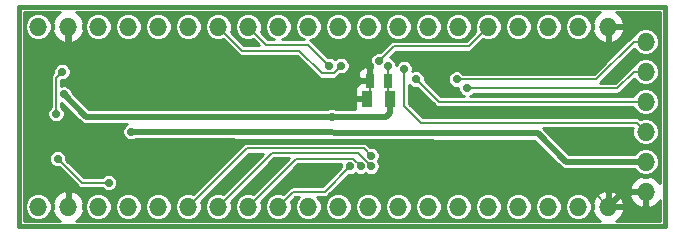
<source format=gbl>
G04 (created by PCBNEW-RS274X (2010-03-14)-final) date jue 03 nov 2011 19:09:21 ART*
G01*
G70*
G90*
%MOIN*%
G04 Gerber Fmt 3.4, Leading zero omitted, Abs format*
%FSLAX34Y34*%
G04 APERTURE LIST*
%ADD10C,0.000100*%
%ADD11C,0.015000*%
%ADD12R,0.035000X0.055000*%
%ADD13R,0.025000X0.045000*%
%ADD14O,0.060000X0.060000*%
%ADD15C,0.028000*%
%ADD16C,0.006000*%
%ADD17C,0.020000*%
%ADD18C,0.010000*%
G04 APERTURE END LIST*
G54D10*
G54D11*
X76900Y-45850D02*
X76900Y-53150D01*
X76900Y-53150D02*
X55350Y-53150D01*
X55350Y-53150D02*
X55350Y-45850D01*
X55350Y-45850D02*
X76900Y-45850D01*
G54D12*
X67725Y-48900D03*
X66975Y-48900D03*
G54D13*
X67650Y-48300D03*
X67050Y-48300D03*
G54D14*
X56000Y-52500D03*
X57000Y-52500D03*
X58000Y-52500D03*
X59000Y-52500D03*
X60000Y-52500D03*
X61000Y-52500D03*
X62000Y-52500D03*
X63000Y-52500D03*
X64000Y-52500D03*
X65000Y-52500D03*
X66000Y-52500D03*
X67000Y-52500D03*
X68000Y-52500D03*
X69000Y-52500D03*
X70000Y-52500D03*
X71000Y-52500D03*
X72000Y-52500D03*
X73000Y-52500D03*
X74000Y-52500D03*
X75000Y-52500D03*
X56000Y-46500D03*
X57000Y-46500D03*
X58000Y-46500D03*
X59000Y-46500D03*
X60000Y-46500D03*
X61000Y-46500D03*
X62000Y-46500D03*
X63000Y-46500D03*
X64000Y-46500D03*
X65000Y-46500D03*
X66000Y-46500D03*
X67000Y-46500D03*
X68000Y-46500D03*
X69000Y-46500D03*
X70000Y-46500D03*
X71000Y-46500D03*
X72000Y-46500D03*
X73000Y-46500D03*
X74000Y-46500D03*
X75000Y-46500D03*
X76250Y-47000D03*
X76250Y-48000D03*
X76250Y-49000D03*
X76250Y-50000D03*
X76250Y-51000D03*
X76250Y-52000D03*
G54D15*
X67100Y-50800D03*
X67100Y-51150D03*
X66750Y-51150D03*
X66400Y-51150D03*
X67350Y-47650D03*
X66100Y-47800D03*
X65700Y-47800D03*
X68450Y-51100D03*
X67050Y-47800D03*
X59950Y-48900D03*
X65900Y-48900D03*
X58150Y-48700D03*
X68200Y-47900D03*
X70300Y-48550D03*
X68600Y-48250D03*
X69950Y-48250D03*
X67650Y-47800D03*
X56850Y-48750D03*
X65790Y-49500D03*
X59100Y-50000D03*
X56650Y-50900D03*
X58350Y-51700D03*
X56800Y-48000D03*
X56600Y-49400D03*
G54D16*
X67100Y-50800D02*
X66850Y-50550D01*
X66850Y-50550D02*
X62950Y-50550D01*
X62950Y-50550D02*
X61000Y-52500D01*
X67100Y-51150D02*
X66650Y-50700D01*
X66650Y-50700D02*
X63800Y-50700D01*
X63800Y-50700D02*
X62000Y-52500D01*
X66750Y-51150D02*
X66500Y-50900D01*
X66500Y-50900D02*
X64600Y-50900D01*
X64600Y-50900D02*
X63000Y-52500D01*
X66400Y-51150D02*
X65550Y-52000D01*
X65550Y-52000D02*
X64500Y-52000D01*
X64500Y-52000D02*
X64000Y-52500D01*
X67350Y-47650D02*
X67850Y-47150D01*
X67850Y-47150D02*
X70350Y-47150D01*
X70350Y-47150D02*
X71000Y-46500D01*
X66100Y-47800D02*
X65850Y-48050D01*
X65850Y-48050D02*
X65450Y-48050D01*
X65450Y-48050D02*
X64700Y-47300D01*
X64700Y-47300D02*
X62800Y-47300D01*
X62800Y-47300D02*
X62000Y-46500D01*
X65700Y-47800D02*
X65000Y-47100D01*
X65000Y-47100D02*
X63600Y-47100D01*
X63600Y-47100D02*
X63000Y-46500D01*
G54D17*
X75500Y-52000D02*
X75000Y-52500D01*
X76250Y-52000D02*
X75500Y-52000D01*
G54D16*
X68450Y-51100D02*
X69400Y-52050D01*
X69400Y-52050D02*
X74550Y-52050D01*
X74550Y-52050D02*
X75000Y-52500D01*
X67050Y-47800D02*
X67050Y-48300D01*
X67050Y-48825D02*
X66975Y-48900D01*
X67050Y-48300D02*
X67050Y-48825D01*
G54D17*
X66400Y-48900D02*
X66975Y-48900D01*
X60000Y-48900D02*
X66400Y-48900D01*
X59950Y-48900D02*
X60000Y-48900D01*
G54D16*
X65900Y-48900D02*
X66400Y-48900D01*
G54D17*
X57000Y-47550D02*
X57000Y-46500D01*
X58150Y-48700D02*
X57000Y-47550D01*
G54D16*
X68200Y-47900D02*
X68200Y-49150D01*
X68200Y-49150D02*
X68750Y-49700D01*
X68750Y-49700D02*
X75950Y-49700D01*
X75950Y-49700D02*
X76250Y-50000D01*
X70300Y-48550D02*
X75300Y-48550D01*
X75300Y-48550D02*
X75850Y-48000D01*
X75850Y-48000D02*
X76250Y-48000D01*
X68600Y-48250D02*
X69350Y-49000D01*
X69350Y-49000D02*
X76250Y-49000D01*
X69950Y-48250D02*
X74600Y-48250D01*
X74600Y-48250D02*
X75850Y-47000D01*
X75850Y-47000D02*
X76250Y-47000D01*
X67650Y-47800D02*
X67650Y-48300D01*
X67650Y-48825D02*
X67725Y-48900D01*
X67650Y-48300D02*
X67650Y-48825D01*
G54D17*
X67600Y-49500D02*
X67725Y-49375D01*
X66050Y-49500D02*
X67600Y-49500D01*
X67725Y-48900D02*
X67725Y-49375D01*
X57600Y-49500D02*
X66050Y-49500D01*
X57600Y-49500D02*
X56850Y-48750D01*
G54D16*
X65790Y-49500D02*
X66050Y-49500D01*
G54D17*
X73600Y-51000D02*
X76250Y-51000D01*
X72650Y-50050D02*
X73600Y-51000D01*
X59100Y-50000D02*
X72650Y-50050D01*
G54D16*
X56650Y-50900D02*
X57450Y-51700D01*
X57450Y-51700D02*
X58350Y-51700D01*
X56800Y-48000D02*
X56600Y-48200D01*
X56600Y-48200D02*
X56600Y-49400D01*
G54D18*
X55525Y-46025D02*
X56722Y-46025D01*
X57277Y-46025D02*
X74722Y-46025D01*
X75277Y-46025D02*
X76725Y-46025D01*
X55525Y-46105D02*
X55794Y-46105D01*
X56206Y-46105D02*
X56619Y-46105D01*
X57382Y-46105D02*
X57794Y-46105D01*
X58206Y-46105D02*
X58794Y-46105D01*
X59206Y-46105D02*
X59794Y-46105D01*
X60206Y-46105D02*
X60794Y-46105D01*
X61206Y-46105D02*
X61794Y-46105D01*
X62206Y-46105D02*
X62794Y-46105D01*
X63206Y-46105D02*
X63794Y-46105D01*
X64206Y-46105D02*
X64794Y-46105D01*
X65206Y-46105D02*
X65794Y-46105D01*
X66206Y-46105D02*
X66794Y-46105D01*
X67206Y-46105D02*
X67794Y-46105D01*
X68206Y-46105D02*
X68794Y-46105D01*
X69206Y-46105D02*
X69794Y-46105D01*
X70206Y-46105D02*
X70794Y-46105D01*
X71206Y-46105D02*
X71794Y-46105D01*
X72206Y-46105D02*
X72794Y-46105D01*
X73206Y-46105D02*
X73794Y-46105D01*
X74206Y-46105D02*
X74619Y-46105D01*
X75382Y-46105D02*
X76725Y-46105D01*
X55525Y-46185D02*
X55684Y-46185D01*
X56316Y-46185D02*
X56547Y-46185D01*
X57454Y-46185D02*
X57684Y-46185D01*
X58316Y-46185D02*
X58684Y-46185D01*
X59316Y-46185D02*
X59684Y-46185D01*
X60316Y-46185D02*
X60684Y-46185D01*
X61316Y-46185D02*
X61684Y-46185D01*
X62316Y-46185D02*
X62684Y-46185D01*
X63316Y-46185D02*
X63684Y-46185D01*
X64316Y-46185D02*
X64684Y-46185D01*
X65316Y-46185D02*
X65684Y-46185D01*
X66316Y-46185D02*
X66684Y-46185D01*
X67316Y-46185D02*
X67684Y-46185D01*
X68316Y-46185D02*
X68684Y-46185D01*
X69316Y-46185D02*
X69684Y-46185D01*
X70316Y-46185D02*
X70684Y-46185D01*
X71316Y-46185D02*
X71684Y-46185D01*
X72316Y-46185D02*
X72684Y-46185D01*
X73316Y-46185D02*
X73684Y-46185D01*
X74316Y-46185D02*
X74547Y-46185D01*
X75454Y-46185D02*
X76725Y-46185D01*
X55525Y-46265D02*
X55613Y-46265D01*
X56388Y-46265D02*
X56503Y-46265D01*
X57498Y-46265D02*
X57613Y-46265D01*
X58388Y-46265D02*
X58613Y-46265D01*
X59388Y-46265D02*
X59613Y-46265D01*
X60388Y-46265D02*
X60613Y-46265D01*
X61388Y-46265D02*
X61613Y-46265D01*
X62388Y-46265D02*
X62613Y-46265D01*
X63388Y-46265D02*
X63613Y-46265D01*
X64388Y-46265D02*
X64613Y-46265D01*
X65388Y-46265D02*
X65613Y-46265D01*
X66388Y-46265D02*
X66613Y-46265D01*
X67388Y-46265D02*
X67613Y-46265D01*
X68388Y-46265D02*
X68613Y-46265D01*
X69388Y-46265D02*
X69613Y-46265D01*
X70388Y-46265D02*
X70613Y-46265D01*
X71388Y-46265D02*
X71613Y-46265D01*
X72388Y-46265D02*
X72613Y-46265D01*
X73388Y-46265D02*
X73613Y-46265D01*
X74388Y-46265D02*
X74503Y-46265D01*
X75498Y-46265D02*
X76725Y-46265D01*
X55525Y-46345D02*
X55580Y-46345D01*
X56421Y-46345D02*
X56475Y-46345D01*
X57526Y-46345D02*
X57580Y-46345D01*
X58421Y-46345D02*
X58580Y-46345D01*
X59421Y-46345D02*
X59580Y-46345D01*
X60421Y-46345D02*
X60580Y-46345D01*
X61421Y-46345D02*
X61580Y-46345D01*
X62421Y-46345D02*
X62580Y-46345D01*
X63421Y-46345D02*
X63580Y-46345D01*
X64421Y-46345D02*
X64580Y-46345D01*
X65421Y-46345D02*
X65580Y-46345D01*
X66421Y-46345D02*
X66580Y-46345D01*
X67421Y-46345D02*
X67580Y-46345D01*
X68421Y-46345D02*
X68580Y-46345D01*
X69421Y-46345D02*
X69580Y-46345D01*
X70421Y-46345D02*
X70580Y-46345D01*
X71421Y-46345D02*
X71580Y-46345D01*
X72421Y-46345D02*
X72580Y-46345D01*
X73421Y-46345D02*
X73580Y-46345D01*
X74421Y-46345D02*
X74475Y-46345D01*
X75526Y-46345D02*
X76725Y-46345D01*
X55525Y-46425D02*
X55551Y-46425D01*
X56449Y-46425D02*
X56501Y-46425D01*
X57498Y-46425D02*
X57551Y-46425D01*
X58449Y-46425D02*
X58551Y-46425D01*
X59449Y-46425D02*
X59551Y-46425D01*
X60449Y-46425D02*
X60551Y-46425D01*
X61449Y-46425D02*
X61551Y-46425D01*
X62449Y-46425D02*
X62551Y-46425D01*
X63449Y-46425D02*
X63551Y-46425D01*
X64449Y-46425D02*
X64551Y-46425D01*
X65449Y-46425D02*
X65551Y-46425D01*
X66449Y-46425D02*
X66551Y-46425D01*
X67449Y-46425D02*
X67551Y-46425D01*
X68449Y-46425D02*
X68551Y-46425D01*
X69449Y-46425D02*
X69551Y-46425D01*
X70449Y-46425D02*
X70551Y-46425D01*
X71449Y-46425D02*
X71551Y-46425D01*
X72449Y-46425D02*
X72551Y-46425D01*
X73449Y-46425D02*
X73551Y-46425D01*
X74449Y-46425D02*
X74501Y-46425D01*
X75498Y-46425D02*
X76725Y-46425D01*
X55525Y-46505D02*
X55551Y-46505D01*
X56449Y-46505D02*
X56500Y-46505D01*
X56950Y-46505D02*
X57050Y-46505D01*
X57500Y-46505D02*
X57551Y-46505D01*
X58449Y-46505D02*
X58551Y-46505D01*
X59449Y-46505D02*
X59551Y-46505D01*
X60449Y-46505D02*
X60551Y-46505D01*
X61449Y-46505D02*
X61551Y-46505D01*
X62449Y-46505D02*
X62551Y-46505D01*
X63449Y-46505D02*
X63551Y-46505D01*
X64449Y-46505D02*
X64551Y-46505D01*
X65449Y-46505D02*
X65551Y-46505D01*
X66449Y-46505D02*
X66551Y-46505D01*
X67449Y-46505D02*
X67551Y-46505D01*
X68449Y-46505D02*
X68551Y-46505D01*
X69449Y-46505D02*
X69551Y-46505D01*
X70449Y-46505D02*
X70551Y-46505D01*
X71449Y-46505D02*
X71551Y-46505D01*
X72449Y-46505D02*
X72551Y-46505D01*
X73449Y-46505D02*
X73551Y-46505D01*
X74449Y-46505D02*
X74500Y-46505D01*
X74950Y-46505D02*
X76725Y-46505D01*
X55525Y-46585D02*
X55551Y-46585D01*
X56449Y-46585D02*
X56496Y-46585D01*
X56950Y-46585D02*
X57050Y-46585D01*
X57505Y-46585D02*
X57551Y-46585D01*
X58449Y-46585D02*
X58551Y-46585D01*
X59449Y-46585D02*
X59551Y-46585D01*
X60449Y-46585D02*
X60551Y-46585D01*
X61449Y-46585D02*
X61551Y-46585D01*
X62449Y-46585D02*
X62551Y-46585D01*
X63449Y-46585D02*
X63551Y-46585D01*
X64449Y-46585D02*
X64551Y-46585D01*
X65449Y-46585D02*
X65551Y-46585D01*
X66449Y-46585D02*
X66551Y-46585D01*
X67449Y-46585D02*
X67551Y-46585D01*
X68449Y-46585D02*
X68551Y-46585D01*
X69449Y-46585D02*
X69551Y-46585D01*
X70449Y-46585D02*
X70551Y-46585D01*
X71449Y-46585D02*
X71551Y-46585D01*
X72449Y-46585D02*
X72551Y-46585D01*
X73449Y-46585D02*
X73551Y-46585D01*
X74449Y-46585D02*
X74496Y-46585D01*
X74950Y-46585D02*
X75050Y-46585D01*
X75505Y-46585D02*
X76081Y-46585D01*
X76419Y-46585D02*
X76725Y-46585D01*
X55525Y-46665D02*
X55583Y-46665D01*
X56416Y-46665D02*
X56478Y-46665D01*
X56950Y-46665D02*
X57050Y-46665D01*
X57521Y-46665D02*
X57583Y-46665D01*
X58416Y-46665D02*
X58583Y-46665D01*
X59416Y-46665D02*
X59583Y-46665D01*
X60416Y-46665D02*
X60583Y-46665D01*
X61416Y-46665D02*
X61583Y-46665D01*
X62419Y-46665D02*
X62583Y-46665D01*
X63419Y-46665D02*
X63583Y-46665D01*
X64416Y-46665D02*
X64583Y-46665D01*
X65416Y-46665D02*
X65583Y-46665D01*
X66416Y-46665D02*
X66583Y-46665D01*
X67416Y-46665D02*
X67583Y-46665D01*
X68416Y-46665D02*
X68583Y-46665D01*
X69416Y-46665D02*
X69583Y-46665D01*
X70416Y-46665D02*
X70580Y-46665D01*
X71416Y-46665D02*
X71583Y-46665D01*
X72416Y-46665D02*
X72583Y-46665D01*
X73416Y-46665D02*
X73583Y-46665D01*
X74416Y-46665D02*
X74478Y-46665D01*
X74950Y-46665D02*
X75050Y-46665D01*
X75521Y-46665D02*
X75954Y-46665D01*
X76546Y-46665D02*
X76725Y-46665D01*
X55525Y-46745D02*
X55616Y-46745D01*
X56383Y-46745D02*
X56505Y-46745D01*
X56950Y-46745D02*
X57050Y-46745D01*
X57494Y-46745D02*
X57616Y-46745D01*
X58383Y-46745D02*
X58616Y-46745D01*
X59383Y-46745D02*
X59616Y-46745D01*
X60383Y-46745D02*
X60616Y-46745D01*
X61383Y-46745D02*
X61616Y-46745D01*
X62499Y-46745D02*
X62616Y-46745D01*
X63499Y-46745D02*
X63616Y-46745D01*
X64383Y-46745D02*
X64616Y-46745D01*
X65383Y-46745D02*
X65616Y-46745D01*
X66383Y-46745D02*
X66616Y-46745D01*
X67383Y-46745D02*
X67616Y-46745D01*
X68383Y-46745D02*
X68616Y-46745D01*
X69383Y-46745D02*
X69616Y-46745D01*
X70383Y-46745D02*
X70500Y-46745D01*
X71383Y-46745D02*
X71616Y-46745D01*
X72383Y-46745D02*
X72616Y-46745D01*
X73383Y-46745D02*
X73616Y-46745D01*
X74383Y-46745D02*
X74505Y-46745D01*
X74950Y-46745D02*
X75050Y-46745D01*
X75494Y-46745D02*
X75876Y-46745D01*
X76625Y-46745D02*
X76725Y-46745D01*
X55525Y-46825D02*
X55694Y-46825D01*
X56306Y-46825D02*
X56555Y-46825D01*
X56950Y-46825D02*
X57050Y-46825D01*
X57444Y-46825D02*
X57694Y-46825D01*
X58306Y-46825D02*
X58694Y-46825D01*
X59306Y-46825D02*
X59694Y-46825D01*
X60306Y-46825D02*
X60694Y-46825D01*
X61306Y-46825D02*
X61694Y-46825D01*
X62579Y-46825D02*
X62694Y-46825D01*
X63579Y-46825D02*
X63694Y-46825D01*
X64306Y-46825D02*
X64694Y-46825D01*
X65306Y-46825D02*
X65694Y-46825D01*
X66306Y-46825D02*
X66694Y-46825D01*
X67306Y-46825D02*
X67694Y-46825D01*
X68306Y-46825D02*
X68694Y-46825D01*
X69306Y-46825D02*
X69694Y-46825D01*
X70306Y-46825D02*
X70420Y-46825D01*
X71306Y-46825D02*
X71694Y-46825D01*
X72306Y-46825D02*
X72694Y-46825D01*
X73306Y-46825D02*
X73694Y-46825D01*
X74306Y-46825D02*
X74555Y-46825D01*
X74950Y-46825D02*
X75050Y-46825D01*
X75444Y-46825D02*
X75824Y-46825D01*
X76658Y-46825D02*
X76725Y-46825D01*
X55525Y-46905D02*
X55818Y-46905D01*
X56182Y-46905D02*
X56627Y-46905D01*
X56950Y-46905D02*
X57050Y-46905D01*
X57372Y-46905D02*
X57818Y-46905D01*
X58182Y-46905D02*
X58818Y-46905D01*
X59182Y-46905D02*
X59818Y-46905D01*
X60182Y-46905D02*
X60818Y-46905D01*
X61182Y-46905D02*
X61818Y-46905D01*
X62659Y-46905D02*
X62818Y-46905D01*
X63659Y-46905D02*
X63817Y-46905D01*
X64181Y-46905D02*
X64817Y-46905D01*
X65182Y-46905D02*
X65818Y-46905D01*
X66182Y-46905D02*
X66818Y-46905D01*
X67182Y-46905D02*
X67818Y-46905D01*
X68182Y-46905D02*
X68818Y-46905D01*
X69182Y-46905D02*
X69818Y-46905D01*
X70182Y-46905D02*
X70340Y-46905D01*
X71182Y-46905D02*
X71818Y-46905D01*
X72182Y-46905D02*
X72818Y-46905D01*
X73182Y-46905D02*
X73818Y-46905D01*
X74182Y-46905D02*
X74627Y-46905D01*
X74950Y-46905D02*
X75050Y-46905D01*
X75372Y-46905D02*
X75690Y-46905D01*
X76691Y-46905D02*
X76725Y-46905D01*
X55525Y-46985D02*
X56743Y-46985D01*
X56950Y-46985D02*
X57050Y-46985D01*
X57256Y-46985D02*
X62230Y-46985D01*
X62739Y-46985D02*
X63230Y-46985D01*
X65139Y-46985D02*
X67780Y-46985D01*
X70768Y-46985D02*
X74743Y-46985D01*
X74950Y-46985D02*
X75050Y-46985D01*
X75256Y-46985D02*
X75610Y-46985D01*
X76691Y-46985D02*
X76725Y-46985D01*
X55525Y-47065D02*
X62310Y-47065D01*
X62819Y-47065D02*
X63310Y-47065D01*
X65219Y-47065D02*
X67681Y-47065D01*
X70688Y-47065D02*
X75530Y-47065D01*
X76691Y-47065D02*
X76725Y-47065D01*
X55525Y-47145D02*
X62390Y-47145D01*
X65299Y-47145D02*
X67601Y-47145D01*
X70608Y-47145D02*
X75450Y-47145D01*
X76670Y-47145D02*
X76725Y-47145D01*
X55525Y-47225D02*
X62470Y-47225D01*
X65379Y-47225D02*
X67521Y-47225D01*
X70528Y-47225D02*
X75370Y-47225D01*
X76636Y-47225D02*
X76725Y-47225D01*
X55525Y-47305D02*
X62550Y-47305D01*
X65459Y-47305D02*
X67441Y-47305D01*
X70435Y-47305D02*
X75290Y-47305D01*
X75799Y-47305D02*
X75924Y-47305D01*
X76576Y-47305D02*
X76725Y-47305D01*
X55525Y-47385D02*
X62630Y-47385D01*
X65539Y-47385D02*
X67236Y-47385D01*
X67868Y-47385D02*
X75210Y-47385D01*
X75719Y-47385D02*
X76009Y-47385D01*
X76491Y-47385D02*
X76725Y-47385D01*
X55525Y-47465D02*
X62729Y-47465D01*
X65619Y-47465D02*
X67127Y-47465D01*
X67788Y-47465D02*
X75129Y-47465D01*
X75639Y-47465D02*
X76725Y-47465D01*
X55525Y-47545D02*
X64690Y-47545D01*
X65840Y-47545D02*
X65962Y-47545D01*
X66240Y-47545D02*
X67081Y-47545D01*
X67790Y-47545D02*
X75049Y-47545D01*
X75559Y-47545D02*
X76725Y-47545D01*
X55525Y-47625D02*
X64770Y-47625D01*
X66334Y-47625D02*
X67061Y-47625D01*
X67884Y-47625D02*
X68110Y-47625D01*
X68292Y-47625D02*
X74969Y-47625D01*
X75479Y-47625D02*
X75994Y-47625D01*
X76506Y-47625D02*
X76725Y-47625D01*
X55525Y-47705D02*
X64850Y-47705D01*
X66374Y-47705D02*
X67061Y-47705D01*
X67924Y-47705D02*
X67987Y-47705D01*
X68414Y-47705D02*
X74889Y-47705D01*
X75399Y-47705D02*
X75914Y-47705D01*
X76586Y-47705D02*
X76725Y-47705D01*
X55525Y-47785D02*
X56607Y-47785D01*
X56994Y-47785D02*
X64930Y-47785D01*
X66389Y-47785D02*
X67093Y-47785D01*
X68465Y-47785D02*
X74810Y-47785D01*
X75319Y-47785D02*
X75859Y-47785D01*
X76642Y-47785D02*
X76725Y-47785D01*
X55525Y-47865D02*
X56543Y-47865D01*
X57057Y-47865D02*
X65010Y-47865D01*
X66386Y-47865D02*
X66783Y-47865D01*
X66978Y-47865D02*
X67122Y-47865D01*
X68489Y-47865D02*
X74730Y-47865D01*
X75239Y-47865D02*
X75735Y-47865D01*
X76675Y-47865D02*
X76725Y-47865D01*
X55525Y-47945D02*
X56511Y-47945D01*
X57089Y-47945D02*
X65090Y-47945D01*
X66352Y-47945D02*
X66710Y-47945D01*
X67000Y-47945D02*
X67100Y-47945D01*
X68489Y-47945D02*
X74650Y-47945D01*
X75159Y-47945D02*
X75650Y-47945D01*
X76691Y-47945D02*
X76725Y-47945D01*
X55525Y-48025D02*
X56511Y-48025D01*
X57089Y-48025D02*
X65170Y-48025D01*
X66283Y-48025D02*
X66676Y-48025D01*
X67000Y-48025D02*
X67100Y-48025D01*
X68784Y-48025D02*
X69767Y-48025D01*
X70134Y-48025D02*
X74570Y-48025D01*
X75079Y-48025D02*
X75570Y-48025D01*
X76691Y-48025D02*
X76725Y-48025D01*
X55525Y-48105D02*
X56452Y-48105D01*
X57069Y-48105D02*
X65250Y-48105D01*
X66049Y-48105D02*
X66676Y-48105D01*
X67000Y-48105D02*
X67100Y-48105D01*
X68853Y-48105D02*
X69698Y-48105D01*
X74999Y-48105D02*
X75490Y-48105D01*
X76687Y-48105D02*
X76725Y-48105D01*
X55525Y-48185D02*
X56424Y-48185D01*
X57023Y-48185D02*
X65334Y-48185D01*
X65965Y-48185D02*
X66676Y-48185D01*
X67000Y-48185D02*
X67100Y-48185D01*
X68886Y-48185D02*
X69664Y-48185D01*
X74919Y-48185D02*
X75410Y-48185D01*
X76653Y-48185D02*
X76725Y-48185D01*
X55525Y-48265D02*
X56420Y-48265D01*
X56914Y-48265D02*
X67100Y-48265D01*
X68889Y-48265D02*
X69661Y-48265D01*
X74839Y-48265D02*
X75330Y-48265D01*
X75839Y-48265D02*
X75884Y-48265D01*
X76616Y-48265D02*
X76725Y-48265D01*
X55525Y-48345D02*
X56420Y-48345D01*
X56780Y-48345D02*
X67100Y-48345D01*
X68950Y-48345D02*
X69676Y-48345D01*
X74759Y-48345D02*
X75250Y-48345D01*
X75759Y-48345D02*
X75964Y-48345D01*
X76536Y-48345D02*
X76725Y-48345D01*
X55525Y-48425D02*
X56420Y-48425D01*
X56780Y-48425D02*
X66648Y-48425D01*
X69030Y-48425D02*
X69716Y-48425D01*
X75679Y-48425D02*
X76104Y-48425D01*
X76395Y-48425D02*
X76725Y-48425D01*
X55525Y-48505D02*
X56420Y-48505D01*
X57014Y-48505D02*
X66581Y-48505D01*
X68380Y-48505D02*
X68460Y-48505D01*
X69110Y-48505D02*
X69810Y-48505D01*
X75599Y-48505D02*
X76725Y-48505D01*
X55525Y-48585D02*
X56420Y-48585D01*
X57094Y-48585D02*
X66551Y-48585D01*
X68380Y-48585D02*
X68680Y-48585D01*
X69190Y-48585D02*
X70011Y-48585D01*
X75519Y-48585D02*
X76081Y-48585D01*
X76419Y-48585D02*
X76725Y-48585D01*
X55525Y-48665D02*
X56420Y-48665D01*
X57128Y-48665D02*
X66551Y-48665D01*
X68380Y-48665D02*
X68760Y-48665D01*
X69270Y-48665D02*
X70035Y-48665D01*
X75439Y-48665D02*
X75954Y-48665D01*
X76546Y-48665D02*
X76725Y-48665D01*
X55525Y-48745D02*
X56420Y-48745D01*
X57199Y-48745D02*
X66551Y-48745D01*
X68380Y-48745D02*
X68840Y-48745D01*
X69350Y-48745D02*
X70086Y-48745D01*
X70513Y-48745D02*
X75876Y-48745D01*
X76625Y-48745D02*
X76725Y-48745D01*
X55525Y-48825D02*
X56420Y-48825D01*
X57279Y-48825D02*
X66587Y-48825D01*
X68380Y-48825D02*
X68920Y-48825D01*
X76658Y-48825D02*
X76725Y-48825D01*
X55525Y-48905D02*
X56420Y-48905D01*
X57359Y-48905D02*
X67025Y-48905D01*
X68380Y-48905D02*
X69000Y-48905D01*
X76691Y-48905D02*
X76725Y-48905D01*
X55525Y-48985D02*
X56420Y-48985D01*
X57439Y-48985D02*
X66577Y-48985D01*
X68380Y-48985D02*
X69080Y-48985D01*
X76691Y-48985D02*
X76725Y-48985D01*
X55525Y-49065D02*
X56420Y-49065D01*
X56780Y-49065D02*
X56811Y-49065D01*
X57519Y-49065D02*
X66550Y-49065D01*
X68380Y-49065D02*
X69160Y-49065D01*
X76691Y-49065D02*
X76725Y-49065D01*
X55525Y-49145D02*
X56420Y-49145D01*
X56780Y-49145D02*
X56891Y-49145D01*
X57599Y-49145D02*
X66551Y-49145D01*
X68450Y-49145D02*
X69249Y-49145D01*
X76670Y-49145D02*
X76725Y-49145D01*
X55525Y-49225D02*
X56366Y-49225D01*
X56834Y-49225D02*
X56971Y-49225D01*
X57679Y-49225D02*
X65700Y-49225D01*
X65882Y-49225D02*
X66551Y-49225D01*
X68530Y-49225D02*
X75862Y-49225D01*
X76636Y-49225D02*
X76725Y-49225D01*
X55525Y-49305D02*
X56327Y-49305D01*
X56874Y-49305D02*
X57051Y-49305D01*
X68610Y-49305D02*
X75924Y-49305D01*
X76576Y-49305D02*
X76725Y-49305D01*
X55525Y-49385D02*
X56311Y-49385D01*
X56889Y-49385D02*
X57131Y-49385D01*
X68690Y-49385D02*
X76009Y-49385D01*
X76491Y-49385D02*
X76725Y-49385D01*
X55525Y-49465D02*
X56314Y-49465D01*
X56886Y-49465D02*
X57211Y-49465D01*
X68770Y-49465D02*
X76725Y-49465D01*
X55525Y-49545D02*
X56347Y-49545D01*
X56852Y-49545D02*
X57291Y-49545D01*
X76036Y-49545D02*
X76725Y-49545D01*
X55525Y-49625D02*
X56416Y-49625D01*
X56783Y-49625D02*
X57371Y-49625D01*
X76506Y-49625D02*
X76725Y-49625D01*
X55525Y-49705D02*
X57465Y-49705D01*
X76586Y-49705D02*
X76725Y-49705D01*
X55525Y-49785D02*
X58907Y-49785D01*
X76642Y-49785D02*
X76725Y-49785D01*
X55525Y-49865D02*
X58843Y-49865D01*
X76675Y-49865D02*
X76725Y-49865D01*
X55525Y-49945D02*
X58811Y-49945D01*
X72898Y-49945D02*
X75809Y-49945D01*
X76691Y-49945D02*
X76725Y-49945D01*
X55525Y-50025D02*
X58811Y-50025D01*
X72978Y-50025D02*
X75809Y-50025D01*
X76691Y-50025D02*
X76725Y-50025D01*
X55525Y-50105D02*
X58830Y-50105D01*
X73058Y-50105D02*
X75813Y-50105D01*
X76687Y-50105D02*
X76725Y-50105D01*
X55525Y-50185D02*
X58876Y-50185D01*
X73138Y-50185D02*
X75846Y-50185D01*
X76653Y-50185D02*
X76725Y-50185D01*
X55525Y-50265D02*
X58984Y-50265D01*
X59213Y-50265D02*
X63583Y-50265D01*
X73218Y-50265D02*
X75884Y-50265D01*
X76616Y-50265D02*
X76725Y-50265D01*
X55525Y-50345D02*
X72591Y-50345D01*
X73298Y-50345D02*
X75964Y-50345D01*
X76536Y-50345D02*
X76725Y-50345D01*
X55525Y-50425D02*
X62820Y-50425D01*
X66979Y-50425D02*
X72671Y-50425D01*
X73378Y-50425D02*
X76104Y-50425D01*
X76395Y-50425D02*
X76725Y-50425D01*
X55525Y-50505D02*
X62740Y-50505D01*
X67059Y-50505D02*
X72751Y-50505D01*
X73458Y-50505D02*
X76725Y-50505D01*
X55525Y-50585D02*
X62660Y-50585D01*
X67294Y-50585D02*
X72831Y-50585D01*
X73538Y-50585D02*
X76081Y-50585D01*
X76419Y-50585D02*
X76725Y-50585D01*
X55525Y-50665D02*
X56477Y-50665D01*
X56824Y-50665D02*
X62580Y-50665D01*
X67357Y-50665D02*
X72911Y-50665D01*
X73618Y-50665D02*
X75954Y-50665D01*
X76546Y-50665D02*
X76725Y-50665D01*
X55525Y-50745D02*
X56402Y-50745D01*
X56899Y-50745D02*
X62500Y-50745D01*
X63008Y-50745D02*
X63500Y-50745D01*
X67389Y-50745D02*
X72991Y-50745D01*
X73698Y-50745D02*
X75876Y-50745D01*
X76625Y-50745D02*
X76725Y-50745D01*
X55525Y-50825D02*
X56369Y-50825D01*
X56932Y-50825D02*
X62420Y-50825D01*
X62928Y-50825D02*
X63420Y-50825D01*
X67389Y-50825D02*
X73071Y-50825D01*
X76658Y-50825D02*
X76725Y-50825D01*
X55525Y-50905D02*
X56361Y-50905D01*
X56939Y-50905D02*
X62340Y-50905D01*
X62848Y-50905D02*
X63340Y-50905D01*
X63848Y-50905D02*
X64340Y-50905D01*
X67369Y-50905D02*
X73151Y-50905D01*
X76691Y-50905D02*
X76725Y-50905D01*
X55525Y-50985D02*
X56372Y-50985D01*
X56990Y-50985D02*
X62260Y-50985D01*
X62768Y-50985D02*
X63260Y-50985D01*
X63768Y-50985D02*
X64260Y-50985D01*
X67343Y-50985D02*
X73231Y-50985D01*
X76691Y-50985D02*
X76725Y-50985D01*
X55525Y-51065D02*
X56406Y-51065D01*
X57070Y-51065D02*
X62180Y-51065D01*
X62688Y-51065D02*
X63180Y-51065D01*
X63688Y-51065D02*
X64180Y-51065D01*
X67378Y-51065D02*
X73311Y-51065D01*
X76691Y-51065D02*
X76725Y-51065D01*
X55525Y-51145D02*
X56486Y-51145D01*
X57150Y-51145D02*
X62100Y-51145D01*
X62608Y-51145D02*
X63100Y-51145D01*
X63608Y-51145D02*
X64100Y-51145D01*
X64608Y-51145D02*
X66111Y-51145D01*
X67389Y-51145D02*
X73391Y-51145D01*
X76670Y-51145D02*
X76725Y-51145D01*
X55525Y-51225D02*
X56720Y-51225D01*
X57230Y-51225D02*
X62020Y-51225D01*
X62528Y-51225D02*
X63020Y-51225D01*
X63528Y-51225D02*
X64020Y-51225D01*
X64528Y-51225D02*
X66071Y-51225D01*
X67381Y-51225D02*
X73495Y-51225D01*
X76636Y-51225D02*
X76725Y-51225D01*
X55525Y-51305D02*
X56800Y-51305D01*
X57310Y-51305D02*
X61940Y-51305D01*
X62448Y-51305D02*
X62940Y-51305D01*
X63448Y-51305D02*
X63940Y-51305D01*
X64448Y-51305D02*
X65991Y-51305D01*
X67348Y-51305D02*
X75924Y-51305D01*
X76576Y-51305D02*
X76725Y-51305D01*
X55525Y-51385D02*
X56880Y-51385D01*
X57390Y-51385D02*
X61860Y-51385D01*
X62368Y-51385D02*
X62860Y-51385D01*
X63368Y-51385D02*
X63860Y-51385D01*
X64368Y-51385D02*
X65911Y-51385D01*
X66572Y-51385D02*
X66576Y-51385D01*
X66922Y-51385D02*
X66926Y-51385D01*
X67273Y-51385D02*
X76009Y-51385D01*
X76491Y-51385D02*
X76725Y-51385D01*
X55525Y-51465D02*
X56960Y-51465D01*
X57470Y-51465D02*
X58177Y-51465D01*
X58524Y-51465D02*
X61780Y-51465D01*
X62288Y-51465D02*
X62780Y-51465D01*
X63288Y-51465D02*
X63780Y-51465D01*
X64288Y-51465D02*
X65831Y-51465D01*
X66338Y-51465D02*
X76725Y-51465D01*
X55525Y-51545D02*
X57040Y-51545D01*
X58599Y-51545D02*
X61700Y-51545D01*
X62208Y-51545D02*
X62700Y-51545D01*
X63208Y-51545D02*
X63700Y-51545D01*
X64208Y-51545D02*
X65751Y-51545D01*
X66258Y-51545D02*
X75937Y-51545D01*
X76564Y-51545D02*
X76725Y-51545D01*
X55525Y-51625D02*
X57120Y-51625D01*
X58632Y-51625D02*
X61620Y-51625D01*
X62128Y-51625D02*
X62620Y-51625D01*
X63128Y-51625D02*
X63620Y-51625D01*
X64128Y-51625D02*
X65671Y-51625D01*
X66178Y-51625D02*
X75848Y-51625D01*
X76653Y-51625D02*
X76725Y-51625D01*
X55525Y-51705D02*
X57200Y-51705D01*
X58639Y-51705D02*
X61540Y-51705D01*
X62048Y-51705D02*
X62540Y-51705D01*
X63048Y-51705D02*
X63540Y-51705D01*
X64048Y-51705D02*
X65591Y-51705D01*
X66098Y-51705D02*
X75784Y-51705D01*
X76717Y-51705D02*
X76725Y-51705D01*
X55525Y-51785D02*
X57280Y-51785D01*
X58627Y-51785D02*
X61460Y-51785D01*
X61968Y-51785D02*
X62460Y-51785D01*
X62968Y-51785D02*
X63460Y-51785D01*
X63968Y-51785D02*
X65511Y-51785D01*
X66018Y-51785D02*
X75746Y-51785D01*
X55525Y-51865D02*
X57379Y-51865D01*
X58593Y-51865D02*
X61380Y-51865D01*
X61888Y-51865D02*
X62380Y-51865D01*
X62888Y-51865D02*
X63380Y-51865D01*
X63888Y-51865D02*
X64385Y-51865D01*
X65938Y-51865D02*
X75709Y-51865D01*
X55525Y-51945D02*
X58186Y-51945D01*
X58513Y-51945D02*
X61300Y-51945D01*
X61808Y-51945D02*
X62300Y-51945D01*
X62808Y-51945D02*
X63300Y-51945D01*
X63808Y-51945D02*
X64301Y-51945D01*
X65858Y-51945D02*
X75752Y-51945D01*
X55525Y-52025D02*
X56723Y-52025D01*
X56950Y-52025D02*
X57050Y-52025D01*
X57278Y-52025D02*
X61220Y-52025D01*
X61728Y-52025D02*
X62220Y-52025D01*
X62728Y-52025D02*
X63220Y-52025D01*
X63728Y-52025D02*
X64221Y-52025D01*
X65778Y-52025D02*
X74723Y-52025D01*
X74950Y-52025D02*
X75050Y-52025D01*
X75278Y-52025D02*
X76300Y-52025D01*
X55525Y-52105D02*
X55794Y-52105D01*
X56206Y-52105D02*
X56619Y-52105D01*
X56950Y-52105D02*
X57050Y-52105D01*
X57382Y-52105D02*
X57794Y-52105D01*
X58206Y-52105D02*
X58794Y-52105D01*
X59206Y-52105D02*
X59794Y-52105D01*
X60206Y-52105D02*
X60794Y-52105D01*
X61648Y-52105D02*
X61794Y-52105D01*
X62648Y-52105D02*
X62794Y-52105D01*
X63648Y-52105D02*
X63794Y-52105D01*
X65698Y-52105D02*
X65794Y-52105D01*
X66206Y-52105D02*
X66794Y-52105D01*
X67206Y-52105D02*
X67794Y-52105D01*
X68206Y-52105D02*
X68794Y-52105D01*
X69206Y-52105D02*
X69794Y-52105D01*
X70206Y-52105D02*
X70794Y-52105D01*
X71206Y-52105D02*
X71794Y-52105D01*
X72206Y-52105D02*
X72794Y-52105D01*
X73206Y-52105D02*
X73794Y-52105D01*
X74206Y-52105D02*
X74619Y-52105D01*
X74950Y-52105D02*
X75050Y-52105D01*
X75382Y-52105D02*
X75726Y-52105D01*
X76200Y-52105D02*
X76300Y-52105D01*
X55525Y-52185D02*
X55684Y-52185D01*
X56316Y-52185D02*
X56547Y-52185D01*
X56950Y-52185D02*
X57050Y-52185D01*
X57454Y-52185D02*
X57684Y-52185D01*
X58316Y-52185D02*
X58684Y-52185D01*
X59316Y-52185D02*
X59684Y-52185D01*
X60316Y-52185D02*
X60684Y-52185D01*
X61568Y-52185D02*
X61684Y-52185D01*
X62568Y-52185D02*
X62684Y-52185D01*
X63568Y-52185D02*
X63684Y-52185D01*
X64568Y-52185D02*
X64684Y-52185D01*
X65316Y-52185D02*
X65684Y-52185D01*
X66316Y-52185D02*
X66684Y-52185D01*
X67316Y-52185D02*
X67684Y-52185D01*
X68316Y-52185D02*
X68684Y-52185D01*
X69316Y-52185D02*
X69684Y-52185D01*
X70316Y-52185D02*
X70684Y-52185D01*
X71316Y-52185D02*
X71684Y-52185D01*
X72316Y-52185D02*
X72684Y-52185D01*
X73316Y-52185D02*
X73684Y-52185D01*
X74316Y-52185D02*
X74547Y-52185D01*
X74950Y-52185D02*
X75050Y-52185D01*
X75454Y-52185D02*
X75730Y-52185D01*
X76200Y-52185D02*
X76300Y-52185D01*
X55525Y-52265D02*
X55613Y-52265D01*
X56388Y-52265D02*
X56503Y-52265D01*
X56950Y-52265D02*
X57050Y-52265D01*
X57498Y-52265D02*
X57613Y-52265D01*
X58388Y-52265D02*
X58613Y-52265D01*
X59388Y-52265D02*
X59613Y-52265D01*
X60388Y-52265D02*
X60613Y-52265D01*
X61488Y-52265D02*
X61613Y-52265D01*
X62488Y-52265D02*
X62613Y-52265D01*
X63488Y-52265D02*
X63613Y-52265D01*
X64488Y-52265D02*
X64613Y-52265D01*
X65388Y-52265D02*
X65613Y-52265D01*
X66388Y-52265D02*
X66613Y-52265D01*
X67388Y-52265D02*
X67613Y-52265D01*
X68388Y-52265D02*
X68613Y-52265D01*
X69388Y-52265D02*
X69613Y-52265D01*
X70388Y-52265D02*
X70613Y-52265D01*
X71388Y-52265D02*
X71613Y-52265D01*
X72388Y-52265D02*
X72613Y-52265D01*
X73388Y-52265D02*
X73613Y-52265D01*
X74388Y-52265D02*
X74503Y-52265D01*
X74950Y-52265D02*
X75050Y-52265D01*
X75498Y-52265D02*
X75769Y-52265D01*
X76200Y-52265D02*
X76300Y-52265D01*
X55525Y-52345D02*
X55580Y-52345D01*
X56421Y-52345D02*
X56475Y-52345D01*
X56950Y-52345D02*
X57050Y-52345D01*
X57526Y-52345D02*
X57580Y-52345D01*
X58421Y-52345D02*
X58580Y-52345D01*
X59421Y-52345D02*
X59580Y-52345D01*
X60421Y-52345D02*
X60580Y-52345D01*
X61421Y-52345D02*
X61580Y-52345D01*
X62421Y-52345D02*
X62580Y-52345D01*
X63421Y-52345D02*
X63580Y-52345D01*
X64421Y-52345D02*
X64580Y-52345D01*
X65421Y-52345D02*
X65580Y-52345D01*
X66421Y-52345D02*
X66580Y-52345D01*
X67421Y-52345D02*
X67580Y-52345D01*
X68421Y-52345D02*
X68580Y-52345D01*
X69421Y-52345D02*
X69580Y-52345D01*
X70421Y-52345D02*
X70580Y-52345D01*
X71421Y-52345D02*
X71580Y-52345D01*
X72421Y-52345D02*
X72580Y-52345D01*
X73421Y-52345D02*
X73580Y-52345D01*
X74421Y-52345D02*
X74475Y-52345D01*
X74950Y-52345D02*
X75050Y-52345D01*
X75526Y-52345D02*
X75814Y-52345D01*
X76200Y-52345D02*
X76300Y-52345D01*
X76685Y-52345D02*
X76725Y-52345D01*
X55525Y-52425D02*
X55551Y-52425D01*
X56449Y-52425D02*
X56501Y-52425D01*
X56950Y-52425D02*
X57050Y-52425D01*
X57498Y-52425D02*
X57551Y-52425D01*
X58449Y-52425D02*
X58551Y-52425D01*
X59449Y-52425D02*
X59551Y-52425D01*
X60449Y-52425D02*
X60551Y-52425D01*
X61449Y-52425D02*
X61551Y-52425D01*
X62449Y-52425D02*
X62551Y-52425D01*
X63449Y-52425D02*
X63551Y-52425D01*
X64449Y-52425D02*
X64551Y-52425D01*
X65449Y-52425D02*
X65551Y-52425D01*
X66449Y-52425D02*
X66551Y-52425D01*
X67449Y-52425D02*
X67551Y-52425D01*
X68449Y-52425D02*
X68551Y-52425D01*
X69449Y-52425D02*
X69551Y-52425D01*
X70449Y-52425D02*
X70551Y-52425D01*
X71449Y-52425D02*
X71551Y-52425D01*
X72449Y-52425D02*
X72551Y-52425D01*
X73449Y-52425D02*
X73551Y-52425D01*
X74449Y-52425D02*
X74501Y-52425D01*
X74950Y-52425D02*
X75050Y-52425D01*
X75498Y-52425D02*
X75902Y-52425D01*
X76200Y-52425D02*
X76300Y-52425D01*
X76597Y-52425D02*
X76725Y-52425D01*
X55525Y-52505D02*
X55551Y-52505D01*
X56449Y-52505D02*
X56500Y-52505D01*
X56950Y-52505D02*
X57050Y-52505D01*
X57500Y-52505D02*
X57551Y-52505D01*
X58449Y-52505D02*
X58551Y-52505D01*
X59449Y-52505D02*
X59551Y-52505D01*
X60449Y-52505D02*
X60551Y-52505D01*
X61449Y-52505D02*
X61551Y-52505D01*
X62449Y-52505D02*
X62551Y-52505D01*
X63449Y-52505D02*
X63551Y-52505D01*
X64449Y-52505D02*
X64551Y-52505D01*
X65449Y-52505D02*
X65551Y-52505D01*
X66449Y-52505D02*
X66551Y-52505D01*
X67449Y-52505D02*
X67551Y-52505D01*
X68449Y-52505D02*
X68551Y-52505D01*
X69449Y-52505D02*
X69551Y-52505D01*
X70449Y-52505D02*
X70551Y-52505D01*
X71449Y-52505D02*
X71551Y-52505D01*
X72449Y-52505D02*
X72551Y-52505D01*
X73449Y-52505D02*
X73551Y-52505D01*
X74449Y-52505D02*
X74500Y-52505D01*
X74950Y-52505D02*
X76036Y-52505D01*
X76163Y-52505D02*
X76336Y-52505D01*
X76463Y-52505D02*
X76725Y-52505D01*
X55525Y-52585D02*
X55551Y-52585D01*
X56449Y-52585D02*
X56496Y-52585D01*
X57505Y-52585D02*
X57551Y-52585D01*
X58449Y-52585D02*
X58551Y-52585D01*
X59449Y-52585D02*
X59551Y-52585D01*
X60449Y-52585D02*
X60551Y-52585D01*
X61449Y-52585D02*
X61551Y-52585D01*
X62449Y-52585D02*
X62551Y-52585D01*
X63449Y-52585D02*
X63551Y-52585D01*
X64449Y-52585D02*
X64551Y-52585D01*
X65449Y-52585D02*
X65551Y-52585D01*
X66449Y-52585D02*
X66551Y-52585D01*
X67449Y-52585D02*
X67551Y-52585D01*
X68449Y-52585D02*
X68551Y-52585D01*
X69449Y-52585D02*
X69551Y-52585D01*
X70449Y-52585D02*
X70551Y-52585D01*
X71449Y-52585D02*
X71551Y-52585D01*
X72449Y-52585D02*
X72551Y-52585D01*
X73449Y-52585D02*
X73551Y-52585D01*
X74449Y-52585D02*
X74496Y-52585D01*
X75505Y-52585D02*
X76725Y-52585D01*
X55525Y-52665D02*
X55583Y-52665D01*
X56416Y-52665D02*
X56478Y-52665D01*
X57521Y-52665D02*
X57583Y-52665D01*
X58416Y-52665D02*
X58583Y-52665D01*
X59416Y-52665D02*
X59583Y-52665D01*
X60416Y-52665D02*
X60583Y-52665D01*
X61416Y-52665D02*
X61583Y-52665D01*
X62416Y-52665D02*
X62583Y-52665D01*
X63416Y-52665D02*
X63583Y-52665D01*
X64416Y-52665D02*
X64583Y-52665D01*
X65416Y-52665D02*
X65583Y-52665D01*
X66416Y-52665D02*
X66583Y-52665D01*
X67416Y-52665D02*
X67583Y-52665D01*
X68416Y-52665D02*
X68583Y-52665D01*
X69416Y-52665D02*
X69583Y-52665D01*
X70416Y-52665D02*
X70583Y-52665D01*
X71416Y-52665D02*
X71583Y-52665D01*
X72416Y-52665D02*
X72583Y-52665D01*
X73416Y-52665D02*
X73583Y-52665D01*
X74416Y-52665D02*
X74478Y-52665D01*
X75521Y-52665D02*
X76725Y-52665D01*
X55525Y-52745D02*
X55616Y-52745D01*
X56383Y-52745D02*
X56505Y-52745D01*
X57494Y-52745D02*
X57616Y-52745D01*
X58383Y-52745D02*
X58616Y-52745D01*
X59383Y-52745D02*
X59616Y-52745D01*
X60383Y-52745D02*
X60616Y-52745D01*
X61383Y-52745D02*
X61616Y-52745D01*
X62383Y-52745D02*
X62616Y-52745D01*
X63383Y-52745D02*
X63616Y-52745D01*
X64383Y-52745D02*
X64616Y-52745D01*
X65383Y-52745D02*
X65616Y-52745D01*
X66383Y-52745D02*
X66616Y-52745D01*
X67383Y-52745D02*
X67616Y-52745D01*
X68383Y-52745D02*
X68616Y-52745D01*
X69383Y-52745D02*
X69616Y-52745D01*
X70383Y-52745D02*
X70616Y-52745D01*
X71383Y-52745D02*
X71616Y-52745D01*
X72383Y-52745D02*
X72616Y-52745D01*
X73383Y-52745D02*
X73616Y-52745D01*
X74383Y-52745D02*
X74505Y-52745D01*
X75494Y-52745D02*
X76725Y-52745D01*
X55525Y-52825D02*
X55694Y-52825D01*
X56306Y-52825D02*
X56555Y-52825D01*
X57444Y-52825D02*
X57694Y-52825D01*
X58306Y-52825D02*
X58694Y-52825D01*
X59306Y-52825D02*
X59694Y-52825D01*
X60306Y-52825D02*
X60694Y-52825D01*
X61306Y-52825D02*
X61694Y-52825D01*
X62306Y-52825D02*
X62694Y-52825D01*
X63306Y-52825D02*
X63694Y-52825D01*
X64306Y-52825D02*
X64694Y-52825D01*
X65306Y-52825D02*
X65694Y-52825D01*
X66306Y-52825D02*
X66694Y-52825D01*
X67306Y-52825D02*
X67694Y-52825D01*
X68306Y-52825D02*
X68694Y-52825D01*
X69306Y-52825D02*
X69694Y-52825D01*
X70306Y-52825D02*
X70694Y-52825D01*
X71306Y-52825D02*
X71694Y-52825D01*
X72306Y-52825D02*
X72694Y-52825D01*
X73306Y-52825D02*
X73694Y-52825D01*
X74306Y-52825D02*
X74555Y-52825D01*
X75444Y-52825D02*
X76725Y-52825D01*
X55525Y-52905D02*
X55818Y-52905D01*
X56182Y-52905D02*
X56627Y-52905D01*
X57372Y-52905D02*
X57818Y-52905D01*
X58182Y-52905D02*
X58818Y-52905D01*
X59182Y-52905D02*
X59818Y-52905D01*
X60182Y-52905D02*
X60818Y-52905D01*
X61182Y-52905D02*
X61818Y-52905D01*
X62182Y-52905D02*
X62818Y-52905D01*
X63182Y-52905D02*
X63818Y-52905D01*
X64182Y-52905D02*
X64818Y-52905D01*
X65182Y-52905D02*
X65818Y-52905D01*
X66182Y-52905D02*
X66818Y-52905D01*
X67182Y-52905D02*
X67818Y-52905D01*
X68182Y-52905D02*
X68818Y-52905D01*
X69182Y-52905D02*
X69818Y-52905D01*
X70182Y-52905D02*
X70818Y-52905D01*
X71182Y-52905D02*
X71818Y-52905D01*
X72182Y-52905D02*
X72818Y-52905D01*
X73182Y-52905D02*
X73818Y-52905D01*
X74182Y-52905D02*
X74627Y-52905D01*
X75372Y-52905D02*
X76725Y-52905D01*
X76725Y-52975D02*
X76725Y-52277D01*
X76698Y-52334D01*
X76536Y-52480D01*
X76385Y-52532D01*
X76300Y-52485D01*
X76300Y-52050D01*
X76300Y-51950D01*
X76200Y-51950D01*
X76162Y-51950D01*
X75755Y-51950D01*
X75708Y-51863D01*
X75802Y-51666D01*
X75964Y-51520D01*
X76115Y-51468D01*
X76162Y-51493D01*
X76162Y-51449D01*
X76000Y-51381D01*
X75876Y-51257D01*
X75873Y-51250D01*
X73600Y-51250D01*
X73504Y-51231D01*
X73423Y-51177D01*
X73421Y-51174D01*
X72542Y-50296D01*
X59249Y-50250D01*
X59157Y-50289D01*
X59042Y-50289D01*
X58936Y-50245D01*
X58855Y-50163D01*
X58811Y-50057D01*
X58811Y-49942D01*
X58855Y-49836D01*
X58937Y-49755D01*
X58949Y-49750D01*
X57600Y-49750D01*
X57504Y-49731D01*
X57423Y-49677D01*
X57421Y-49674D01*
X56780Y-49034D01*
X56780Y-49171D01*
X56845Y-49237D01*
X56889Y-49343D01*
X56889Y-49458D01*
X56845Y-49564D01*
X56763Y-49645D01*
X56657Y-49689D01*
X56542Y-49689D01*
X56436Y-49645D01*
X56355Y-49563D01*
X56311Y-49457D01*
X56311Y-49342D01*
X56355Y-49236D01*
X56420Y-49171D01*
X56420Y-48200D01*
X56434Y-48131D01*
X56473Y-48073D01*
X56511Y-48034D01*
X56511Y-47942D01*
X56555Y-47836D01*
X56637Y-47755D01*
X56743Y-47711D01*
X56858Y-47711D01*
X56863Y-47713D01*
X56964Y-47755D01*
X57045Y-47837D01*
X57089Y-47943D01*
X57089Y-48058D01*
X57045Y-48164D01*
X56963Y-48245D01*
X56857Y-48289D01*
X56780Y-48289D01*
X56780Y-48466D01*
X56793Y-48461D01*
X56908Y-48461D01*
X57014Y-48505D01*
X57095Y-48587D01*
X57133Y-48679D01*
X57137Y-48683D01*
X57703Y-49250D01*
X57904Y-49250D01*
X57904Y-46941D01*
X57742Y-46873D01*
X57618Y-46749D01*
X57551Y-46587D01*
X57551Y-46412D01*
X57619Y-46250D01*
X57743Y-46126D01*
X57905Y-46059D01*
X58096Y-46059D01*
X58258Y-46127D01*
X58382Y-46251D01*
X58449Y-46413D01*
X58449Y-46588D01*
X58381Y-46750D01*
X58257Y-46874D01*
X58095Y-46941D01*
X57904Y-46941D01*
X57904Y-49250D01*
X58904Y-49250D01*
X58904Y-46941D01*
X58742Y-46873D01*
X58618Y-46749D01*
X58551Y-46587D01*
X58551Y-46412D01*
X58619Y-46250D01*
X58743Y-46126D01*
X58905Y-46059D01*
X59096Y-46059D01*
X59258Y-46127D01*
X59382Y-46251D01*
X59449Y-46413D01*
X59449Y-46588D01*
X59381Y-46750D01*
X59257Y-46874D01*
X59095Y-46941D01*
X58904Y-46941D01*
X58904Y-49250D01*
X59904Y-49250D01*
X59904Y-46941D01*
X59742Y-46873D01*
X59618Y-46749D01*
X59551Y-46587D01*
X59551Y-46412D01*
X59619Y-46250D01*
X59743Y-46126D01*
X59905Y-46059D01*
X60096Y-46059D01*
X60258Y-46127D01*
X60382Y-46251D01*
X60449Y-46413D01*
X60449Y-46588D01*
X60381Y-46750D01*
X60257Y-46874D01*
X60095Y-46941D01*
X59904Y-46941D01*
X59904Y-49250D01*
X60904Y-49250D01*
X60904Y-46941D01*
X60742Y-46873D01*
X60618Y-46749D01*
X60551Y-46587D01*
X60551Y-46412D01*
X60619Y-46250D01*
X60743Y-46126D01*
X60905Y-46059D01*
X61096Y-46059D01*
X61258Y-46127D01*
X61382Y-46251D01*
X61449Y-46413D01*
X61449Y-46588D01*
X61381Y-46750D01*
X61257Y-46874D01*
X61095Y-46941D01*
X60904Y-46941D01*
X60904Y-49250D01*
X65450Y-49250D01*
X65450Y-48230D01*
X65381Y-48216D01*
X65322Y-48177D01*
X64625Y-47480D01*
X62800Y-47480D01*
X62731Y-47466D01*
X62672Y-47427D01*
X62159Y-46914D01*
X62095Y-46941D01*
X61904Y-46941D01*
X61742Y-46873D01*
X61618Y-46749D01*
X61551Y-46587D01*
X61551Y-46412D01*
X61619Y-46250D01*
X61743Y-46126D01*
X61905Y-46059D01*
X62096Y-46059D01*
X62258Y-46127D01*
X62382Y-46251D01*
X62449Y-46413D01*
X62449Y-46588D01*
X62417Y-46663D01*
X62874Y-47120D01*
X63365Y-47120D01*
X63159Y-46914D01*
X63095Y-46941D01*
X62904Y-46941D01*
X62742Y-46873D01*
X62618Y-46749D01*
X62551Y-46587D01*
X62551Y-46412D01*
X62619Y-46250D01*
X62743Y-46126D01*
X62905Y-46059D01*
X63096Y-46059D01*
X63258Y-46127D01*
X63382Y-46251D01*
X63449Y-46413D01*
X63449Y-46588D01*
X63417Y-46663D01*
X63674Y-46920D01*
X63853Y-46920D01*
X63742Y-46873D01*
X63618Y-46749D01*
X63551Y-46587D01*
X63551Y-46412D01*
X63619Y-46250D01*
X63743Y-46126D01*
X63905Y-46059D01*
X64096Y-46059D01*
X64258Y-46127D01*
X64382Y-46251D01*
X64449Y-46413D01*
X64449Y-46588D01*
X64381Y-46750D01*
X64257Y-46874D01*
X64145Y-46920D01*
X64853Y-46920D01*
X64742Y-46873D01*
X64618Y-46749D01*
X64551Y-46587D01*
X64551Y-46412D01*
X64619Y-46250D01*
X64743Y-46126D01*
X64905Y-46059D01*
X65096Y-46059D01*
X65258Y-46127D01*
X65382Y-46251D01*
X65449Y-46413D01*
X65449Y-46588D01*
X65381Y-46750D01*
X65257Y-46874D01*
X65095Y-46941D01*
X65079Y-46941D01*
X65127Y-46973D01*
X65665Y-47511D01*
X65758Y-47511D01*
X65864Y-47555D01*
X65900Y-47591D01*
X65904Y-47587D01*
X65904Y-46941D01*
X65742Y-46873D01*
X65618Y-46749D01*
X65551Y-46587D01*
X65551Y-46412D01*
X65619Y-46250D01*
X65743Y-46126D01*
X65905Y-46059D01*
X66096Y-46059D01*
X66258Y-46127D01*
X66382Y-46251D01*
X66449Y-46413D01*
X66449Y-46588D01*
X66381Y-46750D01*
X66257Y-46874D01*
X66095Y-46941D01*
X65904Y-46941D01*
X65904Y-47587D01*
X65937Y-47555D01*
X66043Y-47511D01*
X66158Y-47511D01*
X66264Y-47555D01*
X66345Y-47637D01*
X66389Y-47743D01*
X66389Y-47858D01*
X66345Y-47964D01*
X66263Y-48045D01*
X66157Y-48089D01*
X66065Y-48089D01*
X65977Y-48177D01*
X65919Y-48216D01*
X65850Y-48230D01*
X65450Y-48230D01*
X65450Y-49250D01*
X65639Y-49250D01*
X65733Y-49211D01*
X65848Y-49211D01*
X65941Y-49250D01*
X66561Y-49250D01*
X66551Y-49225D01*
X66551Y-49126D01*
X66550Y-49012D01*
X66612Y-48950D01*
X66904Y-48950D01*
X66925Y-48950D01*
X67025Y-48950D01*
X67025Y-48850D01*
X66925Y-48850D01*
X66904Y-48850D01*
X66612Y-48850D01*
X66550Y-48788D01*
X66551Y-48674D01*
X66551Y-48575D01*
X66589Y-48484D01*
X66659Y-48414D01*
X66682Y-48404D01*
X66737Y-48350D01*
X66904Y-48350D01*
X66904Y-48250D01*
X66737Y-48250D01*
X66675Y-48188D01*
X66676Y-48124D01*
X66676Y-48025D01*
X66714Y-47934D01*
X66784Y-47864D01*
X66876Y-47826D01*
X66904Y-47825D01*
X66904Y-46941D01*
X66742Y-46873D01*
X66618Y-46749D01*
X66551Y-46587D01*
X66551Y-46412D01*
X66619Y-46250D01*
X66743Y-46126D01*
X66905Y-46059D01*
X67096Y-46059D01*
X67258Y-46127D01*
X67382Y-46251D01*
X67449Y-46413D01*
X67449Y-46588D01*
X67381Y-46750D01*
X67257Y-46874D01*
X67095Y-46941D01*
X66904Y-46941D01*
X66904Y-47825D01*
X66938Y-47825D01*
X67000Y-47887D01*
X67000Y-48250D01*
X66904Y-48250D01*
X66904Y-48350D01*
X67000Y-48350D01*
X67100Y-48350D01*
X67100Y-48250D01*
X67100Y-47887D01*
X67139Y-47847D01*
X67105Y-47813D01*
X67061Y-47707D01*
X67061Y-47592D01*
X67105Y-47486D01*
X67187Y-47405D01*
X67293Y-47361D01*
X67385Y-47361D01*
X67723Y-47023D01*
X67781Y-46984D01*
X67850Y-46970D01*
X67904Y-46970D01*
X67904Y-46941D01*
X67742Y-46873D01*
X67618Y-46749D01*
X67551Y-46587D01*
X67551Y-46412D01*
X67619Y-46250D01*
X67743Y-46126D01*
X67905Y-46059D01*
X68096Y-46059D01*
X68258Y-46127D01*
X68382Y-46251D01*
X68449Y-46413D01*
X68449Y-46588D01*
X68381Y-46750D01*
X68257Y-46874D01*
X68095Y-46941D01*
X67904Y-46941D01*
X67904Y-46970D01*
X68904Y-46970D01*
X68904Y-46941D01*
X68742Y-46873D01*
X68618Y-46749D01*
X68551Y-46587D01*
X68551Y-46412D01*
X68619Y-46250D01*
X68743Y-46126D01*
X68905Y-46059D01*
X69096Y-46059D01*
X69258Y-46127D01*
X69382Y-46251D01*
X69449Y-46413D01*
X69449Y-46588D01*
X69381Y-46750D01*
X69257Y-46874D01*
X69095Y-46941D01*
X68904Y-46941D01*
X68904Y-46970D01*
X69904Y-46970D01*
X69904Y-46941D01*
X69742Y-46873D01*
X69618Y-46749D01*
X69551Y-46587D01*
X69551Y-46412D01*
X69619Y-46250D01*
X69743Y-46126D01*
X69905Y-46059D01*
X70096Y-46059D01*
X70258Y-46127D01*
X70382Y-46251D01*
X70449Y-46413D01*
X70449Y-46588D01*
X70381Y-46750D01*
X70257Y-46874D01*
X70095Y-46941D01*
X69904Y-46941D01*
X69904Y-46970D01*
X70275Y-46970D01*
X70582Y-46663D01*
X70551Y-46587D01*
X70551Y-46412D01*
X70619Y-46250D01*
X70743Y-46126D01*
X70905Y-46059D01*
X71096Y-46059D01*
X71258Y-46127D01*
X71382Y-46251D01*
X71449Y-46413D01*
X71449Y-46588D01*
X71381Y-46750D01*
X71257Y-46874D01*
X71095Y-46941D01*
X70904Y-46941D01*
X70839Y-46914D01*
X70477Y-47277D01*
X70419Y-47316D01*
X70350Y-47330D01*
X67923Y-47330D01*
X67732Y-47521D01*
X67814Y-47555D01*
X67895Y-47637D01*
X67939Y-47743D01*
X67939Y-47774D01*
X67955Y-47736D01*
X68037Y-47655D01*
X68143Y-47611D01*
X68258Y-47611D01*
X68364Y-47655D01*
X68445Y-47737D01*
X68489Y-47843D01*
X68489Y-47958D01*
X68476Y-47988D01*
X68543Y-47961D01*
X68658Y-47961D01*
X68764Y-48005D01*
X68845Y-48087D01*
X68889Y-48193D01*
X68889Y-48284D01*
X69424Y-48820D01*
X70196Y-48820D01*
X70136Y-48795D01*
X70055Y-48713D01*
X70011Y-48607D01*
X70011Y-48537D01*
X70007Y-48539D01*
X69892Y-48539D01*
X69786Y-48495D01*
X69705Y-48413D01*
X69661Y-48307D01*
X69661Y-48192D01*
X69705Y-48086D01*
X69787Y-48005D01*
X69893Y-47961D01*
X70008Y-47961D01*
X70114Y-48005D01*
X70178Y-48070D01*
X71904Y-48070D01*
X71904Y-46941D01*
X71742Y-46873D01*
X71618Y-46749D01*
X71551Y-46587D01*
X71551Y-46412D01*
X71619Y-46250D01*
X71743Y-46126D01*
X71905Y-46059D01*
X72096Y-46059D01*
X72258Y-46127D01*
X72382Y-46251D01*
X72449Y-46413D01*
X72449Y-46588D01*
X72381Y-46750D01*
X72257Y-46874D01*
X72095Y-46941D01*
X71904Y-46941D01*
X71904Y-48070D01*
X72904Y-48070D01*
X72904Y-46941D01*
X72742Y-46873D01*
X72618Y-46749D01*
X72551Y-46587D01*
X72551Y-46412D01*
X72619Y-46250D01*
X72743Y-46126D01*
X72905Y-46059D01*
X73096Y-46059D01*
X73258Y-46127D01*
X73382Y-46251D01*
X73449Y-46413D01*
X73449Y-46588D01*
X73381Y-46750D01*
X73257Y-46874D01*
X73095Y-46941D01*
X72904Y-46941D01*
X72904Y-48070D01*
X73904Y-48070D01*
X73904Y-46941D01*
X73742Y-46873D01*
X73618Y-46749D01*
X73551Y-46587D01*
X73551Y-46412D01*
X73619Y-46250D01*
X73743Y-46126D01*
X73905Y-46059D01*
X74096Y-46059D01*
X74258Y-46127D01*
X74382Y-46251D01*
X74449Y-46413D01*
X74449Y-46588D01*
X74381Y-46750D01*
X74257Y-46874D01*
X74095Y-46941D01*
X73904Y-46941D01*
X73904Y-48070D01*
X74525Y-48070D01*
X74863Y-47731D01*
X75137Y-47457D01*
X75137Y-47042D01*
X75050Y-46995D01*
X75050Y-46550D01*
X75485Y-46550D01*
X75532Y-46635D01*
X75480Y-46786D01*
X75334Y-46948D01*
X75137Y-47042D01*
X75137Y-47457D01*
X75722Y-46873D01*
X75781Y-46834D01*
X75843Y-46821D01*
X75877Y-46742D01*
X76001Y-46618D01*
X76163Y-46551D01*
X76338Y-46551D01*
X76500Y-46619D01*
X76624Y-46743D01*
X76691Y-46905D01*
X76691Y-47096D01*
X76623Y-47258D01*
X76499Y-47382D01*
X76337Y-47449D01*
X76162Y-47449D01*
X76000Y-47381D01*
X75876Y-47257D01*
X75867Y-47237D01*
X74734Y-48370D01*
X75225Y-48370D01*
X75722Y-47873D01*
X75781Y-47834D01*
X75843Y-47821D01*
X75877Y-47742D01*
X76001Y-47618D01*
X76163Y-47551D01*
X76338Y-47551D01*
X76500Y-47619D01*
X76624Y-47743D01*
X76691Y-47905D01*
X76691Y-48096D01*
X76623Y-48258D01*
X76499Y-48382D01*
X76337Y-48449D01*
X76162Y-48449D01*
X76000Y-48381D01*
X75876Y-48257D01*
X75867Y-48237D01*
X75427Y-48677D01*
X75369Y-48716D01*
X75300Y-48730D01*
X70528Y-48730D01*
X70463Y-48795D01*
X70402Y-48820D01*
X75844Y-48820D01*
X75877Y-48742D01*
X76001Y-48618D01*
X76163Y-48551D01*
X76338Y-48551D01*
X76500Y-48619D01*
X76624Y-48743D01*
X76691Y-48905D01*
X76691Y-49096D01*
X76623Y-49258D01*
X76499Y-49382D01*
X76337Y-49449D01*
X76162Y-49449D01*
X76000Y-49381D01*
X75876Y-49257D01*
X75844Y-49180D01*
X69350Y-49180D01*
X69281Y-49166D01*
X69222Y-49127D01*
X68634Y-48539D01*
X68542Y-48539D01*
X68436Y-48495D01*
X68380Y-48438D01*
X68380Y-49075D01*
X68824Y-49520D01*
X75950Y-49520D01*
X76019Y-49534D01*
X76077Y-49573D01*
X76086Y-49582D01*
X76163Y-49551D01*
X76338Y-49551D01*
X76500Y-49619D01*
X76624Y-49743D01*
X76691Y-49905D01*
X76691Y-50096D01*
X76623Y-50258D01*
X76499Y-50382D01*
X76337Y-50449D01*
X76162Y-50449D01*
X76000Y-50381D01*
X75876Y-50257D01*
X75809Y-50095D01*
X75809Y-49904D01*
X75819Y-49880D01*
X72833Y-49880D01*
X73703Y-50750D01*
X75873Y-50750D01*
X75877Y-50742D01*
X76001Y-50618D01*
X76163Y-50551D01*
X76338Y-50551D01*
X76500Y-50619D01*
X76624Y-50743D01*
X76691Y-50905D01*
X76691Y-51096D01*
X76623Y-51258D01*
X76499Y-51382D01*
X76337Y-51449D01*
X76162Y-51449D01*
X76162Y-51493D01*
X76200Y-51515D01*
X76200Y-51500D01*
X76300Y-51500D01*
X76300Y-51515D01*
X76385Y-51468D01*
X76536Y-51520D01*
X76698Y-51666D01*
X76725Y-51722D01*
X76725Y-46025D01*
X75277Y-46025D01*
X75334Y-46052D01*
X75480Y-46214D01*
X75532Y-46365D01*
X75485Y-46450D01*
X75050Y-46450D01*
X74950Y-46450D01*
X74950Y-46550D01*
X74950Y-46995D01*
X74863Y-47042D01*
X74666Y-46948D01*
X74520Y-46786D01*
X74468Y-46635D01*
X74515Y-46550D01*
X74500Y-46550D01*
X74500Y-46450D01*
X74515Y-46450D01*
X74468Y-46365D01*
X74520Y-46214D01*
X74666Y-46052D01*
X74722Y-46025D01*
X57277Y-46025D01*
X57334Y-46052D01*
X57480Y-46214D01*
X57532Y-46365D01*
X57485Y-46450D01*
X57500Y-46450D01*
X57500Y-46550D01*
X57485Y-46550D01*
X57532Y-46635D01*
X57480Y-46786D01*
X57334Y-46948D01*
X57137Y-47042D01*
X57050Y-46995D01*
X57050Y-46550D01*
X57050Y-46450D01*
X56950Y-46450D01*
X56950Y-46550D01*
X56950Y-46995D01*
X56863Y-47042D01*
X56666Y-46948D01*
X56520Y-46786D01*
X56468Y-46635D01*
X56515Y-46550D01*
X56500Y-46550D01*
X56500Y-46450D01*
X56515Y-46450D01*
X56468Y-46365D01*
X56520Y-46214D01*
X56666Y-46052D01*
X56722Y-46025D01*
X55525Y-46025D01*
X55525Y-52975D01*
X55904Y-52975D01*
X55904Y-52941D01*
X55742Y-52873D01*
X55618Y-52749D01*
X55551Y-52587D01*
X55551Y-52412D01*
X55619Y-52250D01*
X55743Y-52126D01*
X55904Y-52059D01*
X55904Y-46941D01*
X55742Y-46873D01*
X55618Y-46749D01*
X55551Y-46587D01*
X55551Y-46412D01*
X55619Y-46250D01*
X55743Y-46126D01*
X55905Y-46059D01*
X56096Y-46059D01*
X56258Y-46127D01*
X56382Y-46251D01*
X56449Y-46413D01*
X56449Y-46588D01*
X56381Y-46750D01*
X56257Y-46874D01*
X56095Y-46941D01*
X55904Y-46941D01*
X55904Y-52059D01*
X56096Y-52059D01*
X56258Y-52127D01*
X56382Y-52251D01*
X56449Y-52413D01*
X56449Y-52588D01*
X56381Y-52750D01*
X56257Y-52874D01*
X56095Y-52941D01*
X55904Y-52941D01*
X55904Y-52975D01*
X56722Y-52975D01*
X56666Y-52948D01*
X56520Y-52786D01*
X56468Y-52635D01*
X56515Y-52550D01*
X56500Y-52550D01*
X56500Y-52450D01*
X56515Y-52450D01*
X56468Y-52365D01*
X56520Y-52214D01*
X56666Y-52052D01*
X56863Y-51958D01*
X56950Y-52005D01*
X56950Y-52450D01*
X56950Y-52550D01*
X57050Y-52550D01*
X57050Y-52450D01*
X57050Y-52005D01*
X57137Y-51958D01*
X57334Y-52052D01*
X57480Y-52214D01*
X57532Y-52365D01*
X57485Y-52450D01*
X57500Y-52450D01*
X57500Y-52550D01*
X57485Y-52550D01*
X57532Y-52635D01*
X57480Y-52786D01*
X57334Y-52948D01*
X57277Y-52975D01*
X57904Y-52975D01*
X57904Y-52941D01*
X57742Y-52873D01*
X57618Y-52749D01*
X57551Y-52587D01*
X57551Y-52412D01*
X57619Y-52250D01*
X57743Y-52126D01*
X57905Y-52059D01*
X58096Y-52059D01*
X58258Y-52127D01*
X58292Y-52161D01*
X58292Y-51989D01*
X58186Y-51945D01*
X58121Y-51880D01*
X57450Y-51880D01*
X57381Y-51866D01*
X57322Y-51827D01*
X56684Y-51189D01*
X56592Y-51189D01*
X56486Y-51145D01*
X56405Y-51063D01*
X56361Y-50957D01*
X56361Y-50842D01*
X56405Y-50736D01*
X56487Y-50655D01*
X56593Y-50611D01*
X56708Y-50611D01*
X56814Y-50655D01*
X56895Y-50737D01*
X56939Y-50843D01*
X56939Y-50934D01*
X57524Y-51520D01*
X58121Y-51520D01*
X58187Y-51455D01*
X58293Y-51411D01*
X58408Y-51411D01*
X58514Y-51455D01*
X58595Y-51537D01*
X58639Y-51643D01*
X58639Y-51758D01*
X58595Y-51864D01*
X58513Y-51945D01*
X58407Y-51989D01*
X58292Y-51989D01*
X58292Y-52161D01*
X58382Y-52251D01*
X58449Y-52413D01*
X58449Y-52588D01*
X58381Y-52750D01*
X58257Y-52874D01*
X58095Y-52941D01*
X57904Y-52941D01*
X57904Y-52975D01*
X58904Y-52975D01*
X58904Y-52941D01*
X58742Y-52873D01*
X58618Y-52749D01*
X58551Y-52587D01*
X58551Y-52412D01*
X58619Y-52250D01*
X58743Y-52126D01*
X58905Y-52059D01*
X59096Y-52059D01*
X59258Y-52127D01*
X59382Y-52251D01*
X59449Y-52413D01*
X59449Y-52588D01*
X59381Y-52750D01*
X59257Y-52874D01*
X59095Y-52941D01*
X58904Y-52941D01*
X58904Y-52975D01*
X59904Y-52975D01*
X59904Y-52941D01*
X59742Y-52873D01*
X59618Y-52749D01*
X59551Y-52587D01*
X59551Y-52412D01*
X59619Y-52250D01*
X59743Y-52126D01*
X59905Y-52059D01*
X60096Y-52059D01*
X60258Y-52127D01*
X60382Y-52251D01*
X60449Y-52413D01*
X60449Y-52588D01*
X60381Y-52750D01*
X60257Y-52874D01*
X60095Y-52941D01*
X59904Y-52941D01*
X59904Y-52975D01*
X64904Y-52975D01*
X64904Y-52941D01*
X64742Y-52873D01*
X64618Y-52749D01*
X64551Y-52587D01*
X64551Y-52412D01*
X64619Y-52250D01*
X64689Y-52180D01*
X64574Y-52180D01*
X64417Y-52336D01*
X64449Y-52413D01*
X64449Y-52588D01*
X64381Y-52750D01*
X64257Y-52874D01*
X64095Y-52941D01*
X63904Y-52941D01*
X63742Y-52873D01*
X63618Y-52749D01*
X63551Y-52587D01*
X63551Y-52412D01*
X63619Y-52250D01*
X63743Y-52126D01*
X63905Y-52059D01*
X64096Y-52059D01*
X64160Y-52085D01*
X64373Y-51873D01*
X64431Y-51834D01*
X64500Y-51820D01*
X65476Y-51820D01*
X66111Y-51185D01*
X66111Y-51092D01*
X66115Y-51080D01*
X64674Y-51080D01*
X63417Y-52336D01*
X63449Y-52413D01*
X63449Y-52588D01*
X63381Y-52750D01*
X63257Y-52874D01*
X63095Y-52941D01*
X62904Y-52941D01*
X62742Y-52873D01*
X62618Y-52749D01*
X62551Y-52587D01*
X62551Y-52412D01*
X62619Y-52250D01*
X62743Y-52126D01*
X62905Y-52059D01*
X63096Y-52059D01*
X63159Y-52085D01*
X64365Y-50880D01*
X63874Y-50880D01*
X62417Y-52336D01*
X62449Y-52413D01*
X62449Y-52588D01*
X62381Y-52750D01*
X62257Y-52874D01*
X62095Y-52941D01*
X61904Y-52941D01*
X61742Y-52873D01*
X61618Y-52749D01*
X61551Y-52587D01*
X61551Y-52412D01*
X61619Y-52250D01*
X61743Y-52126D01*
X61905Y-52059D01*
X62096Y-52059D01*
X62159Y-52085D01*
X63515Y-50730D01*
X63024Y-50730D01*
X61417Y-52336D01*
X61449Y-52413D01*
X61449Y-52588D01*
X61381Y-52750D01*
X61257Y-52874D01*
X61095Y-52941D01*
X60904Y-52941D01*
X60742Y-52873D01*
X60618Y-52749D01*
X60551Y-52587D01*
X60551Y-52412D01*
X60619Y-52250D01*
X60743Y-52126D01*
X60905Y-52059D01*
X61096Y-52059D01*
X61159Y-52085D01*
X62822Y-50423D01*
X62881Y-50384D01*
X62950Y-50370D01*
X66850Y-50370D01*
X66919Y-50384D01*
X66977Y-50423D01*
X67065Y-50511D01*
X67158Y-50511D01*
X67264Y-50555D01*
X67345Y-50637D01*
X67389Y-50743D01*
X67389Y-50858D01*
X67345Y-50964D01*
X67333Y-50975D01*
X67345Y-50987D01*
X67389Y-51093D01*
X67389Y-51208D01*
X67345Y-51314D01*
X67263Y-51395D01*
X67157Y-51439D01*
X67042Y-51439D01*
X66936Y-51395D01*
X66924Y-51383D01*
X66913Y-51395D01*
X66807Y-51439D01*
X66692Y-51439D01*
X66586Y-51395D01*
X66574Y-51383D01*
X66563Y-51395D01*
X66457Y-51439D01*
X66364Y-51439D01*
X65677Y-52127D01*
X65619Y-52166D01*
X65550Y-52180D01*
X65310Y-52180D01*
X65382Y-52251D01*
X65449Y-52413D01*
X65449Y-52588D01*
X65381Y-52750D01*
X65257Y-52874D01*
X65095Y-52941D01*
X64904Y-52941D01*
X64904Y-52975D01*
X65904Y-52975D01*
X65904Y-52941D01*
X65742Y-52873D01*
X65618Y-52749D01*
X65551Y-52587D01*
X65551Y-52412D01*
X65619Y-52250D01*
X65743Y-52126D01*
X65905Y-52059D01*
X66096Y-52059D01*
X66258Y-52127D01*
X66382Y-52251D01*
X66449Y-52413D01*
X66449Y-52588D01*
X66381Y-52750D01*
X66257Y-52874D01*
X66095Y-52941D01*
X65904Y-52941D01*
X65904Y-52975D01*
X66904Y-52975D01*
X66904Y-52941D01*
X66742Y-52873D01*
X66618Y-52749D01*
X66551Y-52587D01*
X66551Y-52412D01*
X66619Y-52250D01*
X66743Y-52126D01*
X66905Y-52059D01*
X67096Y-52059D01*
X67258Y-52127D01*
X67382Y-52251D01*
X67449Y-52413D01*
X67449Y-52588D01*
X67381Y-52750D01*
X67257Y-52874D01*
X67095Y-52941D01*
X66904Y-52941D01*
X66904Y-52975D01*
X67904Y-52975D01*
X67904Y-52941D01*
X67742Y-52873D01*
X67618Y-52749D01*
X67551Y-52587D01*
X67551Y-52412D01*
X67619Y-52250D01*
X67743Y-52126D01*
X67905Y-52059D01*
X68096Y-52059D01*
X68258Y-52127D01*
X68382Y-52251D01*
X68449Y-52413D01*
X68449Y-52588D01*
X68381Y-52750D01*
X68257Y-52874D01*
X68095Y-52941D01*
X67904Y-52941D01*
X67904Y-52975D01*
X68904Y-52975D01*
X68904Y-52941D01*
X68742Y-52873D01*
X68618Y-52749D01*
X68551Y-52587D01*
X68551Y-52412D01*
X68619Y-52250D01*
X68743Y-52126D01*
X68905Y-52059D01*
X69096Y-52059D01*
X69258Y-52127D01*
X69382Y-52251D01*
X69449Y-52413D01*
X69449Y-52588D01*
X69381Y-52750D01*
X69257Y-52874D01*
X69095Y-52941D01*
X68904Y-52941D01*
X68904Y-52975D01*
X69904Y-52975D01*
X69904Y-52941D01*
X69742Y-52873D01*
X69618Y-52749D01*
X69551Y-52587D01*
X69551Y-52412D01*
X69619Y-52250D01*
X69743Y-52126D01*
X69905Y-52059D01*
X70096Y-52059D01*
X70258Y-52127D01*
X70382Y-52251D01*
X70449Y-52413D01*
X70449Y-52588D01*
X70381Y-52750D01*
X70257Y-52874D01*
X70095Y-52941D01*
X69904Y-52941D01*
X69904Y-52975D01*
X70904Y-52975D01*
X70904Y-52941D01*
X70742Y-52873D01*
X70618Y-52749D01*
X70551Y-52587D01*
X70551Y-52412D01*
X70619Y-52250D01*
X70743Y-52126D01*
X70905Y-52059D01*
X71096Y-52059D01*
X71258Y-52127D01*
X71382Y-52251D01*
X71449Y-52413D01*
X71449Y-52588D01*
X71381Y-52750D01*
X71257Y-52874D01*
X71095Y-52941D01*
X70904Y-52941D01*
X70904Y-52975D01*
X71904Y-52975D01*
X71904Y-52941D01*
X71742Y-52873D01*
X71618Y-52749D01*
X71551Y-52587D01*
X71551Y-52412D01*
X71619Y-52250D01*
X71743Y-52126D01*
X71905Y-52059D01*
X72096Y-52059D01*
X72258Y-52127D01*
X72382Y-52251D01*
X72449Y-52413D01*
X72449Y-52588D01*
X72381Y-52750D01*
X72257Y-52874D01*
X72095Y-52941D01*
X71904Y-52941D01*
X71904Y-52975D01*
X72904Y-52975D01*
X72904Y-52941D01*
X72742Y-52873D01*
X72618Y-52749D01*
X72551Y-52587D01*
X72551Y-52412D01*
X72619Y-52250D01*
X72743Y-52126D01*
X72905Y-52059D01*
X73096Y-52059D01*
X73258Y-52127D01*
X73382Y-52251D01*
X73449Y-52413D01*
X73449Y-52588D01*
X73381Y-52750D01*
X73257Y-52874D01*
X73095Y-52941D01*
X72904Y-52941D01*
X72904Y-52975D01*
X73904Y-52975D01*
X73904Y-52941D01*
X73742Y-52873D01*
X73618Y-52749D01*
X73551Y-52587D01*
X73551Y-52412D01*
X73619Y-52250D01*
X73743Y-52126D01*
X73905Y-52059D01*
X74096Y-52059D01*
X74258Y-52127D01*
X74382Y-52251D01*
X74449Y-52413D01*
X74449Y-52588D01*
X74381Y-52750D01*
X74257Y-52874D01*
X74095Y-52941D01*
X73904Y-52941D01*
X73904Y-52975D01*
X74722Y-52975D01*
X74666Y-52948D01*
X74520Y-52786D01*
X74468Y-52635D01*
X74515Y-52550D01*
X74500Y-52550D01*
X74500Y-52450D01*
X74515Y-52450D01*
X74468Y-52365D01*
X74520Y-52214D01*
X74666Y-52052D01*
X74863Y-51958D01*
X74950Y-52005D01*
X74950Y-52450D01*
X74950Y-52550D01*
X75050Y-52550D01*
X75050Y-52450D01*
X75050Y-52005D01*
X75137Y-51958D01*
X75334Y-52052D01*
X75480Y-52214D01*
X75532Y-52365D01*
X75485Y-52450D01*
X75050Y-52450D01*
X75050Y-52550D01*
X75485Y-52550D01*
X75532Y-52635D01*
X75480Y-52786D01*
X75334Y-52948D01*
X75277Y-52975D01*
X76115Y-52975D01*
X76115Y-52532D01*
X75964Y-52480D01*
X75802Y-52334D01*
X75708Y-52137D01*
X75755Y-52050D01*
X76162Y-52050D01*
X76200Y-52050D01*
X76200Y-52485D01*
X76162Y-52506D01*
X76115Y-52532D01*
X76115Y-52975D01*
X76725Y-52975D01*
M02*

</source>
